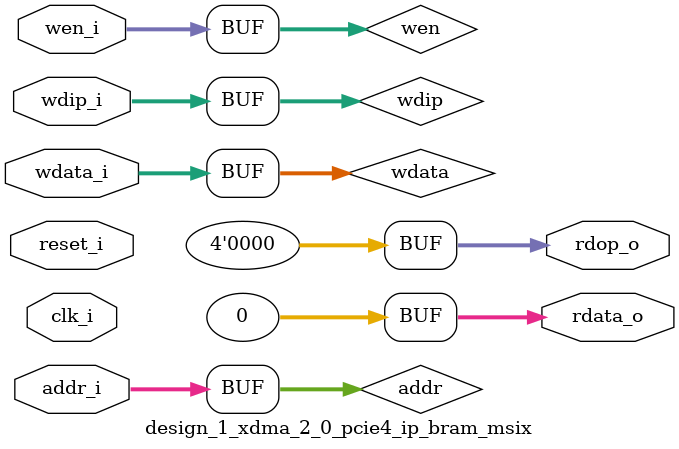
<source format=v>
`timescale 1ps/1ps

(* DowngradeIPIdentifiedWarnings = "yes" *)
module design_1_xdma_2_0_pcie4_ip_bram_msix #(

  parameter           TCQ = 100
, parameter           TO_RAM_PIPELINE="FALSE"
, parameter           FROM_RAM_PIPELINE="FALSE"
, parameter           MSIX_CAP_TABLE_SIZE=11'h0
, parameter           MSIX_TABLE_RAM_ENABLE="FALSE"

  ) (

  input  wire         clk_i,
  input  wire         reset_i,

  input  wire  [12:0] addr_i,
  input  wire  [31:0] wdata_i,
  input  wire   [3:0] wdip_i,
  input  wire   [3:0] wen_i,
  output wire  [31:0] rdata_o,
  output wire   [3:0] rdop_o

  );

  // WIP : Use Total number of functions (PFs + VFs) to calculate the NUM_BRAM_4K
  localparam integer NUM_BRAM_4K = (MSIX_TABLE_RAM_ENABLE == "TRUE") ? 8 : 0 ;
 

  reg          [12:0] addr;
  reg          [12:0] addr_p0;
  reg          [12:0] addr_p1;
  reg          [31:0] wdata;
  reg           [3:0] wdip;
  reg           [3:0] wen;
  reg          [31:0] reg_rdata;
  reg           [3:0] reg_rdop;
  wire         [31:0] rdata;
  wire          [3:0] rdop;
  genvar              i;
  wire    [(8*4)-1:0] bram_4k_wen;
  wire   [(8*32)-1:0] rdata_t;
  wire    [(8*4)-1:0] rdop_t;

  //
  // Optional input pipe stages
  //
  generate

    if (TO_RAM_PIPELINE == "TRUE") begin : TORAMPIPELINE

      always @(posedge clk_i) begin
     
        if (reset_i) begin

          addr <= #(TCQ) 13'b0;
          wdata <= #(TCQ) 32'b0;
          wdip <= #(TCQ) 4'b0;
          wen <= #(TCQ) 4'b0;

        end else begin

          addr <= #(TCQ) addr_i;
          wdata <= #(TCQ) wdata_i;
          wdip <= #(TCQ) wdip_i;
          wen <= #(TCQ) wen_i;

        end

      end

    end else begin : NOTORAMPIPELINE

      always @(*) begin

          addr = addr_i;
          wdata = wdata_i;
          wdip = wdip_i;
          wen = wen_i;

      end


    end

  endgenerate

  // 
  // Address pipeline
  //
  always @(posedge clk_i) begin
     
    if (reset_i) begin

      addr_p0 <= #(TCQ) 13'b0;
      addr_p1 <= #(TCQ) 13'b0;

    end else begin

      addr_p0 <= #(TCQ) addr;
      addr_p1 <= #(TCQ) addr_p0;

    end

  end

  //
  // Optional output pipe stages
  //
  generate

    if (FROM_RAM_PIPELINE == "TRUE") begin : FRMRAMPIPELINE


      always @(posedge clk_i) begin
     
        if (reset_i) begin

          reg_rdata <= #(TCQ) 32'b0;
          reg_rdop <= #(TCQ) 4'b0;

        end else begin

          case (addr_p1[12:10]) 
            3'b000 : begin
              reg_rdata <= #(TCQ) rdata_t[(32*(0))+31:(32*(0))+0];
              reg_rdop <= #(TCQ) rdop_t[(4*(0))+3:(4*(0))+0];
            end
            3'b001 : begin
              reg_rdata <= #(TCQ) rdata_t[(32*(1))+31:(32*(1))+0];
              reg_rdop <= #(TCQ) rdop_t[(4*(1))+3:(4*(1))+0];
            end
            3'b010 : begin
              reg_rdata <= #(TCQ) rdata_t[(32*(2))+31:(32*(2))+0];
              reg_rdop <= #(TCQ) rdop_t[(4*(2))+3:(4*(2))+0];
            end
            3'b011 : begin
              reg_rdata <= #(TCQ) rdata_t[(32*(3))+31:(32*(3))+0];
              reg_rdop <= #(TCQ) rdop_t[(4*(3))+3:(4*(3))+0];
            end
            3'b100 : begin
              reg_rdata <= #(TCQ) rdata_t[(32*(4))+31:(32*(4))+0];
              reg_rdop <= #(TCQ) rdop_t[(4*(4))+3:(4*(4))+0];
            end
            3'b101 : begin
              reg_rdata <= #(TCQ) rdata_t[(32*(5))+31:(32*(5))+0];
              reg_rdop <= #(TCQ) rdop_t[(4*(5))+3:(4*(5))+0];
            end
            3'b110 : begin
              reg_rdata <= #(TCQ) rdata_t[(32*(6))+31:(32*(6))+0];
              reg_rdop <= #(TCQ) rdop_t[(4*(6))+3:(4*(6))+0];
            end
            3'b111 : begin
              reg_rdata <= #(TCQ) rdata_t[(32*(7))+31:(32*(7))+0];
              reg_rdop <= #(TCQ) rdop_t[(4*(7))+3:(4*(7))+0];
            end
          endcase

        end

      end

    end else begin : NOFRMRAMPIPELINE

      always @(*) begin

          case (addr_p1[12:10]) 
            3'b000 : begin
              reg_rdata <= #(TCQ) rdata_t[(32*(0))+31:(32*(0))+0];
              reg_rdop <= #(TCQ) rdop_t[(4*(0))+3:(4*(0))+0];
            end
            3'b001 : begin
              reg_rdata <= #(TCQ) rdata_t[(32*(1))+31:(32*(1))+0];
              reg_rdop <= #(TCQ) rdop_t[(4*(1))+3:(4*(1))+0];
            end
            3'b010 : begin
              reg_rdata <= #(TCQ) rdata_t[(32*(2))+31:(32*(2))+0];
              reg_rdop <= #(TCQ) rdop_t[(4*(2))+3:(4*(2))+0];
            end
            3'b011 : begin
              reg_rdata <= #(TCQ) rdata_t[(32*(3))+31:(32*(3))+0];
              reg_rdop <= #(TCQ) rdop_t[(4*(3))+3:(4*(3))+0];
            end
            3'b100 : begin
              reg_rdata <= #(TCQ) rdata_t[(32*(4))+31:(32*(4))+0];
              reg_rdop <= #(TCQ) rdop_t[(4*(4))+3:(4*(4))+0];
            end
            3'b101 : begin
              reg_rdata <= #(TCQ) rdata_t[(32*(5))+31:(32*(5))+0];
              reg_rdop <= #(TCQ) rdop_t[(4*(5))+3:(4*(5))+0];
            end
            3'b110 : begin
              reg_rdata <= #(TCQ) rdata_t[(32*(6))+31:(32*(6))+0];
              reg_rdop <= #(TCQ) rdop_t[(4*(6))+3:(4*(6))+0];
            end
            3'b111 : begin
              reg_rdata <= #(TCQ) rdata_t[(32*(7))+31:(32*(7))+0];
              reg_rdop <= #(TCQ) rdop_t[(4*(7))+3:(4*(7))+0];
            end
          endcase

      end

    end
  
  endgenerate

  assign rdata_o = (MSIX_TABLE_RAM_ENABLE == "TRUE") ?  reg_rdata : 32'h0;
  assign rdop_o = (MSIX_TABLE_RAM_ENABLE == "TRUE") ? reg_rdop : 4'h0;

  generate 
  
    for (i=0; i<NUM_BRAM_4K; i=i+1) begin : BRAM4K

      design_1_xdma_2_0_pcie4_ip_bram_4k_int #(
          .TCQ(TCQ)
        )
        bram_4k_int (
    
          .clk_i (clk_i),
          .reset_i (reset_i),
    
          .addr_i(addr[9:0]),
          .wdata_i(wdata),
          .wdip_i(wdip),
          .wen_i(bram_4k_wen[(4*(i))+3:(4*(i))+0]),
          .rdata_o(rdata_t[(32*i)+31:(32*i)+0]),
          .rdop_o(rdop_t[(4*i)+3:(4*i)+0]),
          .baddr_i(10'b0),
          .brdata_o()

      );
      assign bram_4k_wen[(4*(i))+3:(4*(i))+0] = wen & {4{(i == addr[12:10])}};  
      
    end

  endgenerate

endmodule

</source>
